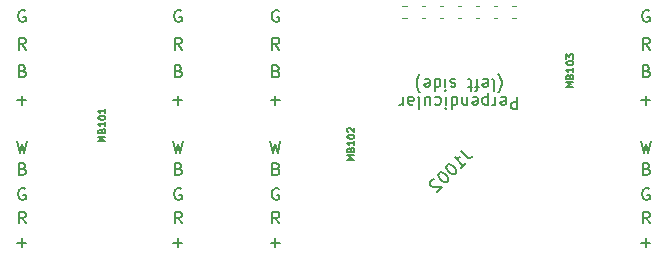
<source format=gto>
G04 #@! TF.GenerationSoftware,KiCad,Pcbnew,5.1.12-84ad8e8a86~92~ubuntu16.04.1*
G04 #@! TF.CreationDate,2022-11-17T23:37:42+01:00*
G04 #@! TF.ProjectId,Subboards,53756262-6f61-4726-9473-2e6b69636164,rev?*
G04 #@! TF.SameCoordinates,Original*
G04 #@! TF.FileFunction,Legend,Top*
G04 #@! TF.FilePolarity,Positive*
%FSLAX46Y46*%
G04 Gerber Fmt 4.6, Leading zero omitted, Abs format (unit mm)*
G04 Created by KiCad (PCBNEW 5.1.12-84ad8e8a86~92~ubuntu16.04.1) date 2022-11-17 23:37:42*
%MOMM*%
%LPD*%
G01*
G04 APERTURE LIST*
%ADD10C,0.150000*%
%ADD11C,0.120000*%
%ADD12C,0.100000*%
%ADD13O,4.050000X1.500000*%
%ADD14R,4.050000X1.500000*%
%ADD15O,4.050000X1.400000*%
%ADD16R,4.050000X1.400000*%
%ADD17R,1.350000X1.350000*%
%ADD18O,1.350000X1.350000*%
%ADD19R,1.070000X4.413000*%
%ADD20C,3.200000*%
%ADD21C,0.800000*%
G04 APERTURE END LIST*
D10*
X134500523Y-64520866D02*
X134548142Y-64568485D01*
X134643380Y-64711342D01*
X134691000Y-64806580D01*
X134738619Y-64949438D01*
X134786238Y-65187533D01*
X134786238Y-65378009D01*
X134738619Y-65616104D01*
X134691000Y-65758961D01*
X134643380Y-65854200D01*
X134548142Y-65997057D01*
X134500523Y-66044676D01*
X133976714Y-64901819D02*
X134071952Y-64949438D01*
X134119571Y-65044676D01*
X134119571Y-65901819D01*
X133214809Y-64949438D02*
X133310047Y-64901819D01*
X133500523Y-64901819D01*
X133595761Y-64949438D01*
X133643380Y-65044676D01*
X133643380Y-65425628D01*
X133595761Y-65520866D01*
X133500523Y-65568485D01*
X133310047Y-65568485D01*
X133214809Y-65520866D01*
X133167190Y-65425628D01*
X133167190Y-65330390D01*
X133643380Y-65235152D01*
X132881476Y-65568485D02*
X132500523Y-65568485D01*
X132738619Y-64901819D02*
X132738619Y-65758961D01*
X132691000Y-65854200D01*
X132595761Y-65901819D01*
X132500523Y-65901819D01*
X132310047Y-65568485D02*
X131929095Y-65568485D01*
X132167190Y-65901819D02*
X132167190Y-65044676D01*
X132119571Y-64949438D01*
X132024333Y-64901819D01*
X131929095Y-64901819D01*
X130881476Y-64949438D02*
X130786238Y-64901819D01*
X130595761Y-64901819D01*
X130500523Y-64949438D01*
X130452904Y-65044676D01*
X130452904Y-65092295D01*
X130500523Y-65187533D01*
X130595761Y-65235152D01*
X130738619Y-65235152D01*
X130833857Y-65282771D01*
X130881476Y-65378009D01*
X130881476Y-65425628D01*
X130833857Y-65520866D01*
X130738619Y-65568485D01*
X130595761Y-65568485D01*
X130500523Y-65520866D01*
X130024333Y-64901819D02*
X130024333Y-65568485D01*
X130024333Y-65901819D02*
X130071952Y-65854200D01*
X130024333Y-65806580D01*
X129976714Y-65854200D01*
X130024333Y-65901819D01*
X130024333Y-65806580D01*
X129119571Y-64901819D02*
X129119571Y-65901819D01*
X129119571Y-64949438D02*
X129214809Y-64901819D01*
X129405285Y-64901819D01*
X129500523Y-64949438D01*
X129548142Y-64997057D01*
X129595761Y-65092295D01*
X129595761Y-65378009D01*
X129548142Y-65473247D01*
X129500523Y-65520866D01*
X129405285Y-65568485D01*
X129214809Y-65568485D01*
X129119571Y-65520866D01*
X128262428Y-64949438D02*
X128357666Y-64901819D01*
X128548142Y-64901819D01*
X128643380Y-64949438D01*
X128691000Y-65044676D01*
X128691000Y-65425628D01*
X128643380Y-65520866D01*
X128548142Y-65568485D01*
X128357666Y-65568485D01*
X128262428Y-65520866D01*
X128214809Y-65425628D01*
X128214809Y-65330390D01*
X128691000Y-65235152D01*
X127881476Y-64520866D02*
X127833857Y-64568485D01*
X127738619Y-64711342D01*
X127691000Y-64806580D01*
X127643380Y-64949438D01*
X127595761Y-65187533D01*
X127595761Y-65378009D01*
X127643380Y-65616104D01*
X127691000Y-65758961D01*
X127738619Y-65854200D01*
X127833857Y-65997057D01*
X127881476Y-66044676D01*
X136119571Y-66425819D02*
X136119571Y-67425819D01*
X135738619Y-67425819D01*
X135643380Y-67378200D01*
X135595761Y-67330580D01*
X135548142Y-67235342D01*
X135548142Y-67092485D01*
X135595761Y-66997247D01*
X135643380Y-66949628D01*
X135738619Y-66902009D01*
X136119571Y-66902009D01*
X134738619Y-66473438D02*
X134833857Y-66425819D01*
X135024333Y-66425819D01*
X135119571Y-66473438D01*
X135167190Y-66568676D01*
X135167190Y-66949628D01*
X135119571Y-67044866D01*
X135024333Y-67092485D01*
X134833857Y-67092485D01*
X134738619Y-67044866D01*
X134691000Y-66949628D01*
X134691000Y-66854390D01*
X135167190Y-66759152D01*
X134262428Y-66425819D02*
X134262428Y-67092485D01*
X134262428Y-66902009D02*
X134214809Y-66997247D01*
X134167190Y-67044866D01*
X134071952Y-67092485D01*
X133976714Y-67092485D01*
X133643380Y-67092485D02*
X133643380Y-66092485D01*
X133643380Y-67044866D02*
X133548142Y-67092485D01*
X133357666Y-67092485D01*
X133262428Y-67044866D01*
X133214809Y-66997247D01*
X133167190Y-66902009D01*
X133167190Y-66616295D01*
X133214809Y-66521057D01*
X133262428Y-66473438D01*
X133357666Y-66425819D01*
X133548142Y-66425819D01*
X133643380Y-66473438D01*
X132357666Y-66473438D02*
X132452904Y-66425819D01*
X132643380Y-66425819D01*
X132738619Y-66473438D01*
X132786238Y-66568676D01*
X132786238Y-66949628D01*
X132738619Y-67044866D01*
X132643380Y-67092485D01*
X132452904Y-67092485D01*
X132357666Y-67044866D01*
X132310047Y-66949628D01*
X132310047Y-66854390D01*
X132786238Y-66759152D01*
X131881476Y-67092485D02*
X131881476Y-66425819D01*
X131881476Y-66997247D02*
X131833857Y-67044866D01*
X131738619Y-67092485D01*
X131595761Y-67092485D01*
X131500523Y-67044866D01*
X131452904Y-66949628D01*
X131452904Y-66425819D01*
X130548142Y-66425819D02*
X130548142Y-67425819D01*
X130548142Y-66473438D02*
X130643380Y-66425819D01*
X130833857Y-66425819D01*
X130929095Y-66473438D01*
X130976714Y-66521057D01*
X131024333Y-66616295D01*
X131024333Y-66902009D01*
X130976714Y-66997247D01*
X130929095Y-67044866D01*
X130833857Y-67092485D01*
X130643380Y-67092485D01*
X130548142Y-67044866D01*
X130071952Y-66425819D02*
X130071952Y-67092485D01*
X130071952Y-67425819D02*
X130119571Y-67378200D01*
X130071952Y-67330580D01*
X130024333Y-67378200D01*
X130071952Y-67425819D01*
X130071952Y-67330580D01*
X129167190Y-66473438D02*
X129262428Y-66425819D01*
X129452904Y-66425819D01*
X129548142Y-66473438D01*
X129595761Y-66521057D01*
X129643380Y-66616295D01*
X129643380Y-66902009D01*
X129595761Y-66997247D01*
X129548142Y-67044866D01*
X129452904Y-67092485D01*
X129262428Y-67092485D01*
X129167190Y-67044866D01*
X128310047Y-67092485D02*
X128310047Y-66425819D01*
X128738619Y-67092485D02*
X128738619Y-66568676D01*
X128691000Y-66473438D01*
X128595761Y-66425819D01*
X128452904Y-66425819D01*
X128357666Y-66473438D01*
X128310047Y-66521057D01*
X127691000Y-66425819D02*
X127786238Y-66473438D01*
X127833857Y-66568676D01*
X127833857Y-67425819D01*
X126881476Y-66425819D02*
X126881476Y-66949628D01*
X126929095Y-67044866D01*
X127024333Y-67092485D01*
X127214809Y-67092485D01*
X127310047Y-67044866D01*
X126881476Y-66473438D02*
X126976714Y-66425819D01*
X127214809Y-66425819D01*
X127310047Y-66473438D01*
X127357666Y-66568676D01*
X127357666Y-66663914D01*
X127310047Y-66759152D01*
X127214809Y-66806771D01*
X126976714Y-66806771D01*
X126881476Y-66854390D01*
X126405285Y-66425819D02*
X126405285Y-67092485D01*
X126405285Y-66902009D02*
X126357666Y-66997247D01*
X126310047Y-67044866D01*
X126214809Y-67092485D01*
X126119571Y-67092485D01*
D11*
X126365000Y-58750200D02*
X126746000Y-58750200D01*
X128016000Y-58750200D02*
X128270000Y-58750200D01*
X129540000Y-58750200D02*
X129794000Y-58750200D01*
X131064000Y-58750200D02*
X131318000Y-58750200D01*
X132588000Y-58750200D02*
X132842000Y-58750200D01*
X134112000Y-58750200D02*
X134366000Y-58750200D01*
X135636000Y-58750200D02*
X136017000Y-58750200D01*
X135636000Y-59766200D02*
X136017000Y-59766200D01*
X134112000Y-59766200D02*
X134366000Y-59766200D01*
X132588000Y-59766200D02*
X132842000Y-59766200D01*
X131064000Y-59766200D02*
X131318000Y-59766200D01*
X129540000Y-59766200D02*
X129794000Y-59766200D01*
X128016000Y-59766200D02*
X128270000Y-59766200D01*
X126365000Y-59766200D02*
X126746000Y-59766200D01*
D10*
X131338129Y-71029120D02*
X131843205Y-71534196D01*
X131977892Y-71601539D01*
X132112579Y-71601539D01*
X132247266Y-71534196D01*
X132314610Y-71466852D01*
X131338129Y-72443333D02*
X131742190Y-72039272D01*
X131540160Y-72241303D02*
X130833053Y-71534196D01*
X131001412Y-71567868D01*
X131136099Y-71567868D01*
X131237114Y-71534196D01*
X130193290Y-72173959D02*
X130125946Y-72241303D01*
X130092274Y-72342318D01*
X130092274Y-72409661D01*
X130125946Y-72510677D01*
X130226961Y-72679035D01*
X130395320Y-72847394D01*
X130563679Y-72948409D01*
X130664694Y-72982081D01*
X130732038Y-72982081D01*
X130833053Y-72948409D01*
X130900396Y-72881066D01*
X130934068Y-72780051D01*
X130934068Y-72712707D01*
X130900396Y-72611692D01*
X130799381Y-72443333D01*
X130631022Y-72274974D01*
X130462664Y-72173959D01*
X130361648Y-72140287D01*
X130294305Y-72140287D01*
X130193290Y-72173959D01*
X129519855Y-72847394D02*
X129452511Y-72914738D01*
X129418839Y-73015753D01*
X129418839Y-73083096D01*
X129452511Y-73184112D01*
X129553526Y-73352470D01*
X129721885Y-73520829D01*
X129890244Y-73621844D01*
X129991259Y-73655516D01*
X130058603Y-73655516D01*
X130159618Y-73621844D01*
X130226961Y-73554501D01*
X130260633Y-73453486D01*
X130260633Y-73386142D01*
X130226961Y-73285127D01*
X130125946Y-73116768D01*
X129957587Y-72948409D01*
X129789229Y-72847394D01*
X129688213Y-72813722D01*
X129620870Y-72813722D01*
X129519855Y-72847394D01*
X129082122Y-73419814D02*
X129014778Y-73419814D01*
X128913763Y-73453486D01*
X128745404Y-73621844D01*
X128711733Y-73722860D01*
X128711733Y-73790203D01*
X128745404Y-73891218D01*
X128812748Y-73958562D01*
X128947435Y-74025905D01*
X129755557Y-74025905D01*
X129317824Y-74463638D01*
X94428904Y-59139200D02*
X94333666Y-59091580D01*
X94190809Y-59091580D01*
X94047952Y-59139200D01*
X93952714Y-59234438D01*
X93905095Y-59329676D01*
X93857476Y-59520152D01*
X93857476Y-59663009D01*
X93905095Y-59853485D01*
X93952714Y-59948723D01*
X94047952Y-60043961D01*
X94190809Y-60091580D01*
X94286047Y-60091580D01*
X94428904Y-60043961D01*
X94476523Y-59996342D01*
X94476523Y-59663009D01*
X94286047Y-59663009D01*
X94476523Y-62421580D02*
X94143190Y-61945390D01*
X93905095Y-62421580D02*
X93905095Y-61421580D01*
X94286047Y-61421580D01*
X94381285Y-61469200D01*
X94428904Y-61516819D01*
X94476523Y-61612057D01*
X94476523Y-61754914D01*
X94428904Y-61850152D01*
X94381285Y-61897771D01*
X94286047Y-61945390D01*
X93905095Y-61945390D01*
X94238428Y-64237771D02*
X94381285Y-64285390D01*
X94428904Y-64333009D01*
X94476523Y-64428247D01*
X94476523Y-64571104D01*
X94428904Y-64666342D01*
X94381285Y-64713961D01*
X94286047Y-64761580D01*
X93905095Y-64761580D01*
X93905095Y-63761580D01*
X94238428Y-63761580D01*
X94333666Y-63809200D01*
X94381285Y-63856819D01*
X94428904Y-63952057D01*
X94428904Y-64047295D01*
X94381285Y-64142533D01*
X94333666Y-64190152D01*
X94238428Y-64237771D01*
X93905095Y-64237771D01*
X93786047Y-66710628D02*
X94547952Y-66710628D01*
X94167000Y-67091580D02*
X94167000Y-66329676D01*
X107636904Y-59139200D02*
X107541666Y-59091580D01*
X107398809Y-59091580D01*
X107255952Y-59139200D01*
X107160714Y-59234438D01*
X107113095Y-59329676D01*
X107065476Y-59520152D01*
X107065476Y-59663009D01*
X107113095Y-59853485D01*
X107160714Y-59948723D01*
X107255952Y-60043961D01*
X107398809Y-60091580D01*
X107494047Y-60091580D01*
X107636904Y-60043961D01*
X107684523Y-59996342D01*
X107684523Y-59663009D01*
X107494047Y-59663009D01*
X107684523Y-62421580D02*
X107351190Y-61945390D01*
X107113095Y-62421580D02*
X107113095Y-61421580D01*
X107494047Y-61421580D01*
X107589285Y-61469200D01*
X107636904Y-61516819D01*
X107684523Y-61612057D01*
X107684523Y-61754914D01*
X107636904Y-61850152D01*
X107589285Y-61897771D01*
X107494047Y-61945390D01*
X107113095Y-61945390D01*
X107446428Y-64237771D02*
X107589285Y-64285390D01*
X107636904Y-64333009D01*
X107684523Y-64428247D01*
X107684523Y-64571104D01*
X107636904Y-64666342D01*
X107589285Y-64713961D01*
X107494047Y-64761580D01*
X107113095Y-64761580D01*
X107113095Y-63761580D01*
X107446428Y-63761580D01*
X107541666Y-63809200D01*
X107589285Y-63856819D01*
X107636904Y-63952057D01*
X107636904Y-64047295D01*
X107589285Y-64142533D01*
X107541666Y-64190152D01*
X107446428Y-64237771D01*
X107113095Y-64237771D01*
X106994047Y-66710628D02*
X107755952Y-66710628D01*
X107375000Y-67091580D02*
X107375000Y-66329676D01*
X147260904Y-59139200D02*
X147165666Y-59091580D01*
X147022809Y-59091580D01*
X146879952Y-59139200D01*
X146784714Y-59234438D01*
X146737095Y-59329676D01*
X146689476Y-59520152D01*
X146689476Y-59663009D01*
X146737095Y-59853485D01*
X146784714Y-59948723D01*
X146879952Y-60043961D01*
X147022809Y-60091580D01*
X147118047Y-60091580D01*
X147260904Y-60043961D01*
X147308523Y-59996342D01*
X147308523Y-59663009D01*
X147118047Y-59663009D01*
X147308523Y-62421580D02*
X146975190Y-61945390D01*
X146737095Y-62421580D02*
X146737095Y-61421580D01*
X147118047Y-61421580D01*
X147213285Y-61469200D01*
X147260904Y-61516819D01*
X147308523Y-61612057D01*
X147308523Y-61754914D01*
X147260904Y-61850152D01*
X147213285Y-61897771D01*
X147118047Y-61945390D01*
X146737095Y-61945390D01*
X147070428Y-64237771D02*
X147213285Y-64285390D01*
X147260904Y-64333009D01*
X147308523Y-64428247D01*
X147308523Y-64571104D01*
X147260904Y-64666342D01*
X147213285Y-64713961D01*
X147118047Y-64761580D01*
X146737095Y-64761580D01*
X146737095Y-63761580D01*
X147070428Y-63761580D01*
X147165666Y-63809200D01*
X147213285Y-63856819D01*
X147260904Y-63952057D01*
X147260904Y-64047295D01*
X147213285Y-64142533D01*
X147165666Y-64190152D01*
X147070428Y-64237771D01*
X146737095Y-64237771D01*
X146618047Y-66710628D02*
X147379952Y-66710628D01*
X146999000Y-67091580D02*
X146999000Y-66329676D01*
X115898904Y-59139200D02*
X115803666Y-59091580D01*
X115660809Y-59091580D01*
X115517952Y-59139200D01*
X115422714Y-59234438D01*
X115375095Y-59329676D01*
X115327476Y-59520152D01*
X115327476Y-59663009D01*
X115375095Y-59853485D01*
X115422714Y-59948723D01*
X115517952Y-60043961D01*
X115660809Y-60091580D01*
X115756047Y-60091580D01*
X115898904Y-60043961D01*
X115946523Y-59996342D01*
X115946523Y-59663009D01*
X115756047Y-59663009D01*
X115946523Y-62421580D02*
X115613190Y-61945390D01*
X115375095Y-62421580D02*
X115375095Y-61421580D01*
X115756047Y-61421580D01*
X115851285Y-61469200D01*
X115898904Y-61516819D01*
X115946523Y-61612057D01*
X115946523Y-61754914D01*
X115898904Y-61850152D01*
X115851285Y-61897771D01*
X115756047Y-61945390D01*
X115375095Y-61945390D01*
X115708428Y-64237771D02*
X115851285Y-64285390D01*
X115898904Y-64333009D01*
X115946523Y-64428247D01*
X115946523Y-64571104D01*
X115898904Y-64666342D01*
X115851285Y-64713961D01*
X115756047Y-64761580D01*
X115375095Y-64761580D01*
X115375095Y-63761580D01*
X115708428Y-63761580D01*
X115803666Y-63809200D01*
X115851285Y-63856819D01*
X115898904Y-63952057D01*
X115898904Y-64047295D01*
X115851285Y-64142533D01*
X115803666Y-64190152D01*
X115708428Y-64237771D01*
X115375095Y-64237771D01*
X115256047Y-66710628D02*
X116017952Y-66710628D01*
X115637000Y-67091580D02*
X115637000Y-66329676D01*
X115208428Y-70141580D02*
X115446523Y-71141580D01*
X115637000Y-70427295D01*
X115827476Y-71141580D01*
X116065571Y-70141580D01*
X115708428Y-72517771D02*
X115851285Y-72565390D01*
X115898904Y-72613009D01*
X115946523Y-72708247D01*
X115946523Y-72851104D01*
X115898904Y-72946342D01*
X115851285Y-72993961D01*
X115756047Y-73041580D01*
X115375095Y-73041580D01*
X115375095Y-72041580D01*
X115708428Y-72041580D01*
X115803666Y-72089200D01*
X115851285Y-72136819D01*
X115898904Y-72232057D01*
X115898904Y-72327295D01*
X115851285Y-72422533D01*
X115803666Y-72470152D01*
X115708428Y-72517771D01*
X115375095Y-72517771D01*
X115898904Y-74189200D02*
X115803666Y-74141580D01*
X115660809Y-74141580D01*
X115517952Y-74189200D01*
X115422714Y-74284438D01*
X115375095Y-74379676D01*
X115327476Y-74570152D01*
X115327476Y-74713009D01*
X115375095Y-74903485D01*
X115422714Y-74998723D01*
X115517952Y-75093961D01*
X115660809Y-75141580D01*
X115756047Y-75141580D01*
X115898904Y-75093961D01*
X115946523Y-75046342D01*
X115946523Y-74713009D01*
X115756047Y-74713009D01*
X115946523Y-77141580D02*
X115613190Y-76665390D01*
X115375095Y-77141580D02*
X115375095Y-76141580D01*
X115756047Y-76141580D01*
X115851285Y-76189200D01*
X115898904Y-76236819D01*
X115946523Y-76332057D01*
X115946523Y-76474914D01*
X115898904Y-76570152D01*
X115851285Y-76617771D01*
X115756047Y-76665390D01*
X115375095Y-76665390D01*
X115256047Y-78760628D02*
X116017952Y-78760628D01*
X115637000Y-79141580D02*
X115637000Y-78379676D01*
X107446428Y-72517771D02*
X107589285Y-72565390D01*
X107636904Y-72613009D01*
X107684523Y-72708247D01*
X107684523Y-72851104D01*
X107636904Y-72946342D01*
X107589285Y-72993961D01*
X107494047Y-73041580D01*
X107113095Y-73041580D01*
X107113095Y-72041580D01*
X107446428Y-72041580D01*
X107541666Y-72089200D01*
X107589285Y-72136819D01*
X107636904Y-72232057D01*
X107636904Y-72327295D01*
X107589285Y-72422533D01*
X107541666Y-72470152D01*
X107446428Y-72517771D01*
X107113095Y-72517771D01*
X106994047Y-78760628D02*
X107755952Y-78760628D01*
X107375000Y-79141580D02*
X107375000Y-78379676D01*
X106946428Y-70141580D02*
X107184523Y-71141580D01*
X107375000Y-70427295D01*
X107565476Y-71141580D01*
X107803571Y-70141580D01*
X107636904Y-74189200D02*
X107541666Y-74141580D01*
X107398809Y-74141580D01*
X107255952Y-74189200D01*
X107160714Y-74284438D01*
X107113095Y-74379676D01*
X107065476Y-74570152D01*
X107065476Y-74713009D01*
X107113095Y-74903485D01*
X107160714Y-74998723D01*
X107255952Y-75093961D01*
X107398809Y-75141580D01*
X107494047Y-75141580D01*
X107636904Y-75093961D01*
X107684523Y-75046342D01*
X107684523Y-74713009D01*
X107494047Y-74713009D01*
X107684523Y-77141580D02*
X107351190Y-76665390D01*
X107113095Y-77141580D02*
X107113095Y-76141580D01*
X107494047Y-76141580D01*
X107589285Y-76189200D01*
X107636904Y-76236819D01*
X107684523Y-76332057D01*
X107684523Y-76474914D01*
X107636904Y-76570152D01*
X107589285Y-76617771D01*
X107494047Y-76665390D01*
X107113095Y-76665390D01*
X94238428Y-72517771D02*
X94381285Y-72565390D01*
X94428904Y-72613009D01*
X94476523Y-72708247D01*
X94476523Y-72851104D01*
X94428904Y-72946342D01*
X94381285Y-72993961D01*
X94286047Y-73041580D01*
X93905095Y-73041580D01*
X93905095Y-72041580D01*
X94238428Y-72041580D01*
X94333666Y-72089200D01*
X94381285Y-72136819D01*
X94428904Y-72232057D01*
X94428904Y-72327295D01*
X94381285Y-72422533D01*
X94333666Y-72470152D01*
X94238428Y-72517771D01*
X93905095Y-72517771D01*
X93786047Y-78760628D02*
X94547952Y-78760628D01*
X94167000Y-79141580D02*
X94167000Y-78379676D01*
X93738428Y-70141580D02*
X93976523Y-71141580D01*
X94167000Y-70427295D01*
X94357476Y-71141580D01*
X94595571Y-70141580D01*
X94428904Y-74189200D02*
X94333666Y-74141580D01*
X94190809Y-74141580D01*
X94047952Y-74189200D01*
X93952714Y-74284438D01*
X93905095Y-74379676D01*
X93857476Y-74570152D01*
X93857476Y-74713009D01*
X93905095Y-74903485D01*
X93952714Y-74998723D01*
X94047952Y-75093961D01*
X94190809Y-75141580D01*
X94286047Y-75141580D01*
X94428904Y-75093961D01*
X94476523Y-75046342D01*
X94476523Y-74713009D01*
X94286047Y-74713009D01*
X94476523Y-77141580D02*
X94143190Y-76665390D01*
X93905095Y-77141580D02*
X93905095Y-76141580D01*
X94286047Y-76141580D01*
X94381285Y-76189200D01*
X94428904Y-76236819D01*
X94476523Y-76332057D01*
X94476523Y-76474914D01*
X94428904Y-76570152D01*
X94381285Y-76617771D01*
X94286047Y-76665390D01*
X93905095Y-76665390D01*
X147070428Y-72517771D02*
X147213285Y-72565390D01*
X147260904Y-72613009D01*
X147308523Y-72708247D01*
X147308523Y-72851104D01*
X147260904Y-72946342D01*
X147213285Y-72993961D01*
X147118047Y-73041580D01*
X146737095Y-73041580D01*
X146737095Y-72041580D01*
X147070428Y-72041580D01*
X147165666Y-72089200D01*
X147213285Y-72136819D01*
X147260904Y-72232057D01*
X147260904Y-72327295D01*
X147213285Y-72422533D01*
X147165666Y-72470152D01*
X147070428Y-72517771D01*
X146737095Y-72517771D01*
X146618047Y-78760628D02*
X147379952Y-78760628D01*
X146999000Y-79141580D02*
X146999000Y-78379676D01*
X146570428Y-70141580D02*
X146808523Y-71141580D01*
X146999000Y-70427295D01*
X147189476Y-71141580D01*
X147427571Y-70141580D01*
X147260904Y-74189200D02*
X147165666Y-74141580D01*
X147022809Y-74141580D01*
X146879952Y-74189200D01*
X146784714Y-74284438D01*
X146737095Y-74379676D01*
X146689476Y-74570152D01*
X146689476Y-74713009D01*
X146737095Y-74903485D01*
X146784714Y-74998723D01*
X146879952Y-75093961D01*
X147022809Y-75141580D01*
X147118047Y-75141580D01*
X147260904Y-75093961D01*
X147308523Y-75046342D01*
X147308523Y-74713009D01*
X147118047Y-74713009D01*
X147308523Y-77141580D02*
X146975190Y-76665390D01*
X146737095Y-77141580D02*
X146737095Y-76141580D01*
X147118047Y-76141580D01*
X147213285Y-76189200D01*
X147260904Y-76236819D01*
X147308523Y-76332057D01*
X147308523Y-76474914D01*
X147260904Y-76570152D01*
X147213285Y-76617771D01*
X147118047Y-76665390D01*
X146737095Y-76665390D01*
X101236428Y-70191142D02*
X100636428Y-70191142D01*
X101065000Y-69991142D01*
X100636428Y-69791142D01*
X101236428Y-69791142D01*
X100922142Y-69305428D02*
X100950714Y-69219714D01*
X100979285Y-69191142D01*
X101036428Y-69162571D01*
X101122142Y-69162571D01*
X101179285Y-69191142D01*
X101207857Y-69219714D01*
X101236428Y-69276857D01*
X101236428Y-69505428D01*
X100636428Y-69505428D01*
X100636428Y-69305428D01*
X100665000Y-69248285D01*
X100693571Y-69219714D01*
X100750714Y-69191142D01*
X100807857Y-69191142D01*
X100865000Y-69219714D01*
X100893571Y-69248285D01*
X100922142Y-69305428D01*
X100922142Y-69505428D01*
X101236428Y-68591142D02*
X101236428Y-68934000D01*
X101236428Y-68762571D02*
X100636428Y-68762571D01*
X100722142Y-68819714D01*
X100779285Y-68876857D01*
X100807857Y-68934000D01*
X100636428Y-68219714D02*
X100636428Y-68162571D01*
X100665000Y-68105428D01*
X100693571Y-68076857D01*
X100750714Y-68048285D01*
X100865000Y-68019714D01*
X101007857Y-68019714D01*
X101122142Y-68048285D01*
X101179285Y-68076857D01*
X101207857Y-68105428D01*
X101236428Y-68162571D01*
X101236428Y-68219714D01*
X101207857Y-68276857D01*
X101179285Y-68305428D01*
X101122142Y-68334000D01*
X101007857Y-68362571D01*
X100865000Y-68362571D01*
X100750714Y-68334000D01*
X100693571Y-68305428D01*
X100665000Y-68276857D01*
X100636428Y-68219714D01*
X101236428Y-67448285D02*
X101236428Y-67791142D01*
X101236428Y-67619714D02*
X100636428Y-67619714D01*
X100722142Y-67676857D01*
X100779285Y-67734000D01*
X100807857Y-67791142D01*
X122318428Y-71786342D02*
X121718428Y-71786342D01*
X122147000Y-71586342D01*
X121718428Y-71386342D01*
X122318428Y-71386342D01*
X122004142Y-70900628D02*
X122032714Y-70814914D01*
X122061285Y-70786342D01*
X122118428Y-70757771D01*
X122204142Y-70757771D01*
X122261285Y-70786342D01*
X122289857Y-70814914D01*
X122318428Y-70872057D01*
X122318428Y-71100628D01*
X121718428Y-71100628D01*
X121718428Y-70900628D01*
X121747000Y-70843485D01*
X121775571Y-70814914D01*
X121832714Y-70786342D01*
X121889857Y-70786342D01*
X121947000Y-70814914D01*
X121975571Y-70843485D01*
X122004142Y-70900628D01*
X122004142Y-71100628D01*
X122318428Y-70186342D02*
X122318428Y-70529200D01*
X122318428Y-70357771D02*
X121718428Y-70357771D01*
X121804142Y-70414914D01*
X121861285Y-70472057D01*
X121889857Y-70529200D01*
X121718428Y-69814914D02*
X121718428Y-69757771D01*
X121747000Y-69700628D01*
X121775571Y-69672057D01*
X121832714Y-69643485D01*
X121947000Y-69614914D01*
X122089857Y-69614914D01*
X122204142Y-69643485D01*
X122261285Y-69672057D01*
X122289857Y-69700628D01*
X122318428Y-69757771D01*
X122318428Y-69814914D01*
X122289857Y-69872057D01*
X122261285Y-69900628D01*
X122204142Y-69929200D01*
X122089857Y-69957771D01*
X121947000Y-69957771D01*
X121832714Y-69929200D01*
X121775571Y-69900628D01*
X121747000Y-69872057D01*
X121718428Y-69814914D01*
X121775571Y-69386342D02*
X121747000Y-69357771D01*
X121718428Y-69300628D01*
X121718428Y-69157771D01*
X121747000Y-69100628D01*
X121775571Y-69072057D01*
X121832714Y-69043485D01*
X121889857Y-69043485D01*
X121975571Y-69072057D01*
X122318428Y-69414914D01*
X122318428Y-69043485D01*
X140860428Y-65566342D02*
X140260428Y-65566342D01*
X140689000Y-65366342D01*
X140260428Y-65166342D01*
X140860428Y-65166342D01*
X140546142Y-64680628D02*
X140574714Y-64594914D01*
X140603285Y-64566342D01*
X140660428Y-64537771D01*
X140746142Y-64537771D01*
X140803285Y-64566342D01*
X140831857Y-64594914D01*
X140860428Y-64652057D01*
X140860428Y-64880628D01*
X140260428Y-64880628D01*
X140260428Y-64680628D01*
X140289000Y-64623485D01*
X140317571Y-64594914D01*
X140374714Y-64566342D01*
X140431857Y-64566342D01*
X140489000Y-64594914D01*
X140517571Y-64623485D01*
X140546142Y-64680628D01*
X140546142Y-64880628D01*
X140860428Y-63966342D02*
X140860428Y-64309200D01*
X140860428Y-64137771D02*
X140260428Y-64137771D01*
X140346142Y-64194914D01*
X140403285Y-64252057D01*
X140431857Y-64309200D01*
X140260428Y-63594914D02*
X140260428Y-63537771D01*
X140289000Y-63480628D01*
X140317571Y-63452057D01*
X140374714Y-63423485D01*
X140489000Y-63394914D01*
X140631857Y-63394914D01*
X140746142Y-63423485D01*
X140803285Y-63452057D01*
X140831857Y-63480628D01*
X140860428Y-63537771D01*
X140860428Y-63594914D01*
X140831857Y-63652057D01*
X140803285Y-63680628D01*
X140746142Y-63709200D01*
X140631857Y-63737771D01*
X140489000Y-63737771D01*
X140374714Y-63709200D01*
X140317571Y-63680628D01*
X140289000Y-63652057D01*
X140260428Y-63594914D01*
X140260428Y-63194914D02*
X140260428Y-62823485D01*
X140489000Y-63023485D01*
X140489000Y-62937771D01*
X140517571Y-62880628D01*
X140546142Y-62852057D01*
X140603285Y-62823485D01*
X140746142Y-62823485D01*
X140803285Y-62852057D01*
X140831857Y-62880628D01*
X140860428Y-62937771D01*
X140860428Y-63109200D01*
X140831857Y-63166342D01*
X140803285Y-63194914D01*
%LPC*%
D12*
G36*
X137128398Y-71664802D02*
G01*
X136067738Y-72725462D01*
X133946418Y-70604142D01*
X135007078Y-69543482D01*
X137128398Y-71664802D01*
G37*
G36*
X135714184Y-73079016D02*
G01*
X134653524Y-74139676D01*
X132532204Y-72018356D01*
X133592864Y-70957696D01*
X135714184Y-73079016D01*
G37*
G36*
X134299971Y-74493229D02*
G01*
X133239311Y-75553889D01*
X131117991Y-73432569D01*
X132178651Y-72371909D01*
X134299971Y-74493229D01*
G37*
G36*
X132885757Y-75907443D02*
G01*
X131825097Y-76968103D01*
X129703777Y-74846783D01*
X130764437Y-73786123D01*
X132885757Y-75907443D01*
G37*
G36*
X131471543Y-77321656D02*
G01*
X130410883Y-78382316D01*
X128289563Y-76260996D01*
X129350223Y-75200336D01*
X131471543Y-77321656D01*
G37*
G36*
X130057330Y-78735870D02*
G01*
X128996670Y-79796530D01*
X126875350Y-77675210D01*
X127936010Y-76614550D01*
X130057330Y-78735870D01*
G37*
D13*
X91567000Y-59639200D03*
X91567000Y-61969200D03*
X91567000Y-64309200D03*
D14*
X91567000Y-66639200D03*
D13*
X104775000Y-59639200D03*
X104775000Y-61969200D03*
X104775000Y-64309200D03*
D14*
X104775000Y-66639200D03*
D13*
X144399000Y-59639200D03*
X144399000Y-61969200D03*
X144399000Y-64309200D03*
D14*
X144399000Y-66639200D03*
D13*
X118237000Y-59639200D03*
X118237000Y-61969200D03*
X118237000Y-64309200D03*
D14*
X118237000Y-66639200D03*
D15*
X118237000Y-70689200D03*
X118237000Y-72689200D03*
X118237000Y-74689200D03*
X118237000Y-76689200D03*
D16*
X118237000Y-78689200D03*
D15*
X104775000Y-72689200D03*
X104775000Y-76689200D03*
X104775000Y-74689200D03*
D16*
X104775000Y-78689200D03*
D15*
X104775000Y-70689200D03*
D17*
X110506000Y-71163200D03*
D18*
X112506000Y-71163200D03*
X110506000Y-69163200D03*
X112506000Y-69163200D03*
X110506000Y-67163200D03*
X112506000Y-67163200D03*
X110506000Y-65163200D03*
X112506000Y-65163200D03*
X110506000Y-63163200D03*
X112506000Y-63163200D03*
X110506000Y-61163200D03*
X112506000Y-61163200D03*
D15*
X91567000Y-72689200D03*
X91567000Y-76689200D03*
X91567000Y-74689200D03*
D16*
X91567000Y-78689200D03*
D15*
X91567000Y-70689200D03*
D17*
X149479000Y-71703200D03*
D18*
X149479000Y-69703200D03*
X149479000Y-67703200D03*
X149479000Y-65703200D03*
X149479000Y-63703200D03*
D19*
X135001000Y-59559700D03*
X133477000Y-59559700D03*
X131953000Y-59559700D03*
X130429000Y-59559700D03*
X128905000Y-59559700D03*
X127381000Y-59559700D03*
D20*
X96647000Y-77083200D03*
X111506000Y-77038200D03*
D15*
X144399000Y-72689200D03*
X144399000Y-76689200D03*
X144399000Y-74689200D03*
D16*
X144399000Y-78689200D03*
D15*
X144399000Y-70689200D03*
D20*
X149479000Y-77083200D03*
D17*
X96647000Y-71703200D03*
D18*
X96647000Y-69703200D03*
X96647000Y-67703200D03*
X96647000Y-65703200D03*
X96647000Y-63703200D03*
D21*
X101835000Y-68834000D03*
X101835000Y-69934000D03*
X101835000Y-71034000D03*
X101835000Y-67734000D03*
X101835000Y-66634000D03*
X100095000Y-67734000D03*
X100095000Y-71034000D03*
X100095000Y-69934000D03*
X100095000Y-66634000D03*
X100095000Y-68834000D03*
X121177000Y-70429200D03*
X121177000Y-68229200D03*
X121177000Y-71529200D03*
X121177000Y-72629200D03*
X121177000Y-69329200D03*
X122917000Y-68229200D03*
X122917000Y-69329200D03*
X122917000Y-72629200D03*
X122917000Y-71529200D03*
X122917000Y-70429200D03*
X139465000Y-64209200D03*
X139465000Y-62009200D03*
X139465000Y-65309200D03*
X139465000Y-66409200D03*
X139465000Y-63109200D03*
X141459000Y-62009200D03*
X141459000Y-63109200D03*
X141459000Y-66409200D03*
X141459000Y-65309200D03*
X141459000Y-64209200D03*
M02*

</source>
